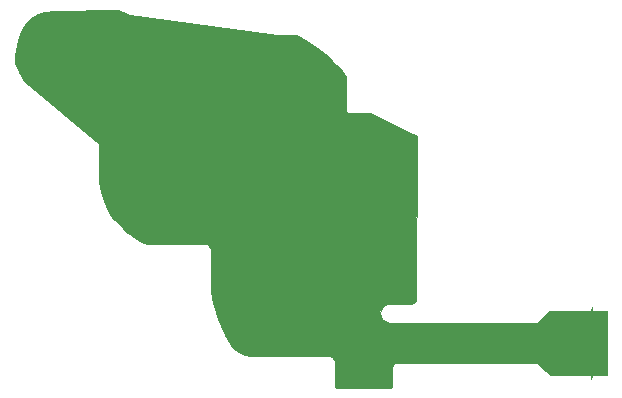
<source format=gbr>
%TF.GenerationSoftware,KiCad,Pcbnew,9.0.2*%
%TF.CreationDate,2025-07-03T16:06:07-04:00*%
%TF.ProjectId,SteamDeck_Action_Buttons_Replacement_Pad,53746561-6d44-4656-936b-5f416374696f,rev?*%
%TF.SameCoordinates,Original*%
%TF.FileFunction,Other,ECO1*%
%FSLAX46Y46*%
G04 Gerber Fmt 4.6, Leading zero omitted, Abs format (unit mm)*
G04 Created by KiCad (PCBNEW 9.0.2) date 2025-07-03 16:06:07*
%MOMM*%
%LPD*%
G01*
G04 APERTURE LIST*
%ADD10C,0.100000*%
G04 APERTURE END LIST*
D10*
X138291141Y-65745000D02*
X143890000Y-66520000D01*
X150115000Y-67370000D01*
X150790000Y-67420000D01*
X151915000Y-67420000D01*
X152390000Y-67445000D01*
X152860000Y-67650000D01*
X154040000Y-68445000D01*
X155000000Y-69220000D01*
X155560000Y-69770000D01*
X156100000Y-70290000D01*
X156340000Y-70600000D01*
X156430000Y-70810000D01*
X156540000Y-71030000D01*
X156530000Y-71710000D01*
X156515000Y-73845000D01*
X156665000Y-74020000D01*
X156842498Y-74070000D01*
X158590000Y-74070000D01*
X162530000Y-76020000D01*
X162490000Y-89870000D01*
X162390000Y-90020000D01*
X162240000Y-90120000D01*
X162040000Y-90170000D01*
X160215000Y-90170000D01*
X160040000Y-90195000D01*
X159840000Y-90270000D01*
X159665000Y-90420000D01*
X159565000Y-90570000D01*
X159515000Y-90720000D01*
X159440000Y-90995000D01*
X159540000Y-91345000D01*
X159715000Y-91570000D01*
X159815000Y-91670000D01*
X160040000Y-91770000D01*
X160315000Y-91795000D01*
X172740000Y-91795000D01*
X173740000Y-90795000D01*
X177330000Y-90790000D01*
X177370000Y-90460000D01*
X177420000Y-90790000D01*
X178620000Y-90790000D01*
X178620000Y-96214271D01*
X177415000Y-96220000D01*
X177340000Y-96520000D01*
X177290000Y-96220000D01*
X173791141Y-96214271D01*
X172741141Y-95189271D01*
X160616141Y-95189271D01*
X160491141Y-95514271D01*
X160491141Y-97014271D01*
X160441141Y-97214271D01*
X160291141Y-97314271D01*
X155716141Y-97314271D01*
X155591141Y-97114271D01*
X155591141Y-94964271D01*
X155491141Y-94839271D01*
X155466141Y-94814271D01*
X155366141Y-94714271D01*
X155116141Y-94614271D01*
X148515000Y-94595000D01*
X148040000Y-94495000D01*
X147690000Y-94370000D01*
X147415000Y-94245000D01*
X146940000Y-93870000D01*
X146640000Y-93445000D01*
X146390000Y-92995000D01*
X145965000Y-92045000D01*
X145740000Y-91470000D01*
X145390000Y-90390000D01*
X145240000Y-89750000D01*
X145130000Y-89020000D01*
X145100000Y-85630000D01*
X145050000Y-85380000D01*
X145060000Y-85470000D01*
X144990000Y-85330000D01*
X144860000Y-85220000D01*
X144750000Y-85170000D01*
X144620000Y-85130000D01*
X139670000Y-85130000D01*
X139190000Y-84945000D01*
X138690000Y-84645000D01*
X138315000Y-84399408D01*
X137965000Y-84095000D01*
X137490000Y-83645000D01*
X136990000Y-83120000D01*
X136865000Y-82995000D01*
X136690000Y-82720000D01*
X136215000Y-81945000D01*
X135940000Y-81249623D01*
X135690000Y-80420000D01*
X135640000Y-79820000D01*
X135640000Y-76645000D01*
X135590000Y-76595000D01*
X129291141Y-71320000D01*
X128890000Y-70596312D01*
X128565000Y-69795000D01*
X128565000Y-69195000D01*
X128690000Y-68270000D01*
X128890000Y-67620000D01*
X129140000Y-67020000D01*
X129415000Y-66570000D01*
X129815000Y-66120000D01*
X130465000Y-65645000D01*
X131065000Y-65445000D01*
X131815000Y-65395000D01*
X137240000Y-65345000D01*
X138291141Y-65745000D01*
G36*
X138291141Y-65745000D02*
G01*
X143890000Y-66520000D01*
X150115000Y-67370000D01*
X150790000Y-67420000D01*
X151915000Y-67420000D01*
X152390000Y-67445000D01*
X152860000Y-67650000D01*
X154040000Y-68445000D01*
X155000000Y-69220000D01*
X155560000Y-69770000D01*
X156100000Y-70290000D01*
X156340000Y-70600000D01*
X156430000Y-70810000D01*
X156540000Y-71030000D01*
X156530000Y-71710000D01*
X156515000Y-73845000D01*
X156665000Y-74020000D01*
X156842498Y-74070000D01*
X158590000Y-74070000D01*
X162530000Y-76020000D01*
X162490000Y-89870000D01*
X162390000Y-90020000D01*
X162240000Y-90120000D01*
X162040000Y-90170000D01*
X160215000Y-90170000D01*
X160040000Y-90195000D01*
X159840000Y-90270000D01*
X159665000Y-90420000D01*
X159565000Y-90570000D01*
X159515000Y-90720000D01*
X159440000Y-90995000D01*
X159540000Y-91345000D01*
X159715000Y-91570000D01*
X159815000Y-91670000D01*
X160040000Y-91770000D01*
X160315000Y-91795000D01*
X172740000Y-91795000D01*
X173740000Y-90795000D01*
X177330000Y-90790000D01*
X177370000Y-90460000D01*
X177420000Y-90790000D01*
X178620000Y-90790000D01*
X178620000Y-96214271D01*
X177415000Y-96220000D01*
X177340000Y-96520000D01*
X177290000Y-96220000D01*
X173791141Y-96214271D01*
X172741141Y-95189271D01*
X160616141Y-95189271D01*
X160491141Y-95514271D01*
X160491141Y-97014271D01*
X160441141Y-97214271D01*
X160291141Y-97314271D01*
X155716141Y-97314271D01*
X155591141Y-97114271D01*
X155591141Y-94964271D01*
X155491141Y-94839271D01*
X155466141Y-94814271D01*
X155366141Y-94714271D01*
X155116141Y-94614271D01*
X148515000Y-94595000D01*
X148040000Y-94495000D01*
X147690000Y-94370000D01*
X147415000Y-94245000D01*
X146940000Y-93870000D01*
X146640000Y-93445000D01*
X146390000Y-92995000D01*
X145965000Y-92045000D01*
X145740000Y-91470000D01*
X145390000Y-90390000D01*
X145240000Y-89750000D01*
X145130000Y-89020000D01*
X145100000Y-85630000D01*
X145050000Y-85380000D01*
X145060000Y-85470000D01*
X144990000Y-85330000D01*
X144860000Y-85220000D01*
X144750000Y-85170000D01*
X144620000Y-85130000D01*
X139670000Y-85130000D01*
X139190000Y-84945000D01*
X138690000Y-84645000D01*
X138315000Y-84399408D01*
X137965000Y-84095000D01*
X137490000Y-83645000D01*
X136990000Y-83120000D01*
X136865000Y-82995000D01*
X136690000Y-82720000D01*
X136215000Y-81945000D01*
X135940000Y-81249623D01*
X135690000Y-80420000D01*
X135640000Y-79820000D01*
X135640000Y-76645000D01*
X135590000Y-76595000D01*
X129291141Y-71320000D01*
X128890000Y-70596312D01*
X128565000Y-69795000D01*
X128565000Y-69195000D01*
X128690000Y-68270000D01*
X128890000Y-67620000D01*
X129140000Y-67020000D01*
X129415000Y-66570000D01*
X129815000Y-66120000D01*
X130465000Y-65645000D01*
X131065000Y-65445000D01*
X131815000Y-65395000D01*
X137240000Y-65345000D01*
X138291141Y-65745000D01*
G37*
M02*

</source>
